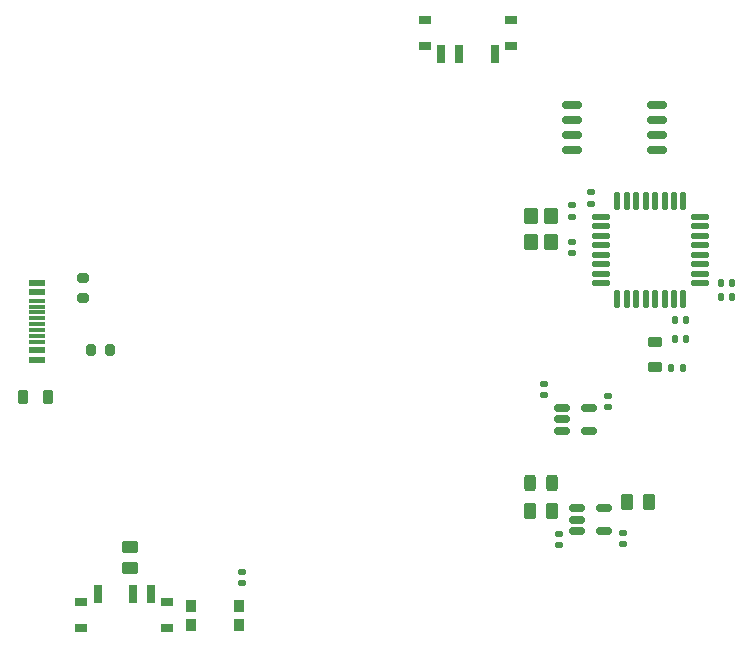
<source format=gbr>
%TF.GenerationSoftware,KiCad,Pcbnew,9.0.6*%
%TF.CreationDate,2025-12-14T01:17:05-08:00*%
%TF.ProjectId,base-station,62617365-2d73-4746-9174-696f6e2e6b69,rev?*%
%TF.SameCoordinates,Original*%
%TF.FileFunction,Paste,Top*%
%TF.FilePolarity,Positive*%
%FSLAX46Y46*%
G04 Gerber Fmt 4.6, Leading zero omitted, Abs format (unit mm)*
G04 Created by KiCad (PCBNEW 9.0.6) date 2025-12-14 01:17:05*
%MOMM*%
%LPD*%
G01*
G04 APERTURE LIST*
G04 Aperture macros list*
%AMRoundRect*
0 Rectangle with rounded corners*
0 $1 Rounding radius*
0 $2 $3 $4 $5 $6 $7 $8 $9 X,Y pos of 4 corners*
0 Add a 4 corners polygon primitive as box body*
4,1,4,$2,$3,$4,$5,$6,$7,$8,$9,$2,$3,0*
0 Add four circle primitives for the rounded corners*
1,1,$1+$1,$2,$3*
1,1,$1+$1,$4,$5*
1,1,$1+$1,$6,$7*
1,1,$1+$1,$8,$9*
0 Add four rect primitives between the rounded corners*
20,1,$1+$1,$2,$3,$4,$5,0*
20,1,$1+$1,$4,$5,$6,$7,0*
20,1,$1+$1,$6,$7,$8,$9,0*
20,1,$1+$1,$8,$9,$2,$3,0*%
G04 Aperture macros list end*
%ADD10RoundRect,0.162500X-0.650000X-0.162500X0.650000X-0.162500X0.650000X0.162500X-0.650000X0.162500X0*%
%ADD11RoundRect,0.140000X-0.140000X-0.170000X0.140000X-0.170000X0.140000X0.170000X-0.140000X0.170000X0*%
%ADD12R,1.000000X0.800000*%
%ADD13R,0.700000X1.500000*%
%ADD14RoundRect,0.140000X-0.170000X0.140000X-0.170000X-0.140000X0.170000X-0.140000X0.170000X0.140000X0*%
%ADD15RoundRect,0.250000X0.450000X-0.262500X0.450000X0.262500X-0.450000X0.262500X-0.450000X-0.262500X0*%
%ADD16RoundRect,0.150000X-0.512500X-0.150000X0.512500X-0.150000X0.512500X0.150000X-0.512500X0.150000X0*%
%ADD17RoundRect,0.140000X0.170000X-0.140000X0.170000X0.140000X-0.170000X0.140000X-0.170000X-0.140000X0*%
%ADD18RoundRect,0.250000X-0.350000X0.450000X-0.350000X-0.450000X0.350000X-0.450000X0.350000X0.450000X0*%
%ADD19RoundRect,0.200000X-0.200000X-0.275000X0.200000X-0.275000X0.200000X0.275000X-0.200000X0.275000X0*%
%ADD20R,1.450000X0.600000*%
%ADD21R,1.450000X0.300000*%
%ADD22RoundRect,0.243750X-0.243750X-0.456250X0.243750X-0.456250X0.243750X0.456250X-0.243750X0.456250X0*%
%ADD23RoundRect,0.200000X0.275000X-0.200000X0.275000X0.200000X-0.275000X0.200000X-0.275000X-0.200000X0*%
%ADD24RoundRect,0.218750X0.381250X-0.218750X0.381250X0.218750X-0.381250X0.218750X-0.381250X-0.218750X0*%
%ADD25RoundRect,0.218750X0.218750X0.381250X-0.218750X0.381250X-0.218750X-0.381250X0.218750X-0.381250X0*%
%ADD26RoundRect,0.250000X-0.262500X-0.450000X0.262500X-0.450000X0.262500X0.450000X-0.262500X0.450000X0*%
%ADD27RoundRect,0.250000X0.262500X0.450000X-0.262500X0.450000X-0.262500X-0.450000X0.262500X-0.450000X0*%
%ADD28R,0.900000X1.000000*%
%ADD29RoundRect,0.125000X-0.625000X-0.125000X0.625000X-0.125000X0.625000X0.125000X-0.625000X0.125000X0*%
%ADD30RoundRect,0.125000X-0.125000X-0.625000X0.125000X-0.625000X0.125000X0.625000X-0.125000X0.625000X0*%
G04 APERTURE END LIST*
D10*
%TO.C,U3*%
X86112500Y-58695000D03*
X86112500Y-59965000D03*
X86112500Y-61235000D03*
X86112500Y-62505000D03*
X93287500Y-62505000D03*
X93287500Y-61235000D03*
X93287500Y-59965000D03*
X93287500Y-58695000D03*
%TD*%
D11*
%TO.C,C10*%
X94820000Y-76875000D03*
X95780000Y-76875000D03*
%TD*%
D12*
%TO.C,SW3*%
X44550000Y-100745000D03*
X44550000Y-102955000D03*
X51850000Y-100745000D03*
X51850000Y-102955000D03*
D13*
X45950000Y-100095000D03*
X48950000Y-100095000D03*
X50450000Y-100095000D03*
%TD*%
D14*
%TO.C,C2*%
X85000000Y-95020000D03*
X85000000Y-95980000D03*
%TD*%
D11*
%TO.C,C7*%
X98720000Y-74975000D03*
X99680000Y-74975000D03*
%TD*%
D15*
%TO.C,R5*%
X48700000Y-97912500D03*
X48700000Y-96087500D03*
%TD*%
D16*
%TO.C,U2*%
X85262500Y-84350000D03*
X85262500Y-85300000D03*
X85262500Y-86250000D03*
X87537500Y-86250000D03*
X87537500Y-84350000D03*
%TD*%
D14*
%TO.C,C1*%
X90400000Y-94900000D03*
X90400000Y-95860000D03*
%TD*%
D17*
%TO.C,C13*%
X58180000Y-99180000D03*
X58180000Y-98220000D03*
%TD*%
D18*
%TO.C,Y1*%
X82650000Y-68075000D03*
X82650000Y-70275000D03*
X84350000Y-70275000D03*
X84350000Y-68075000D03*
%TD*%
D19*
%TO.C,R2*%
X45375000Y-79400000D03*
X47025000Y-79400000D03*
%TD*%
D20*
%TO.C,J2*%
X40800000Y-73750000D03*
X40800000Y-74550000D03*
D21*
X40800000Y-75750000D03*
X40800000Y-76750000D03*
X40800000Y-77250000D03*
X40800000Y-78250000D03*
D20*
X40800000Y-79450000D03*
X40800000Y-80250000D03*
X40800000Y-80250000D03*
X40800000Y-79450000D03*
D21*
X40800000Y-78750000D03*
X40800000Y-77750000D03*
X40800000Y-76250000D03*
X40800000Y-75250000D03*
D20*
X40800000Y-74550000D03*
X40800000Y-73750000D03*
%TD*%
D16*
%TO.C,U1*%
X86562500Y-92850000D03*
X86562500Y-93800000D03*
X86562500Y-94750000D03*
X88837500Y-94750000D03*
X88837500Y-92850000D03*
%TD*%
D22*
%TO.C,D1*%
X82562500Y-90700000D03*
X84437500Y-90700000D03*
%TD*%
D23*
%TO.C,R1*%
X44700000Y-75025000D03*
X44700000Y-73375000D03*
%TD*%
D24*
%TO.C,FB2*%
X93100000Y-80837500D03*
X93100000Y-78712500D03*
%TD*%
D17*
%TO.C,C11*%
X86100000Y-68155000D03*
X86100000Y-67195000D03*
%TD*%
D14*
%TO.C,C12*%
X86100000Y-70295000D03*
X86100000Y-71255000D03*
%TD*%
D25*
%TO.C,FB1*%
X41762500Y-83400000D03*
X39637500Y-83400000D03*
%TD*%
D11*
%TO.C,C8*%
X94520000Y-80975000D03*
X95480000Y-80975000D03*
%TD*%
D17*
%TO.C,C3*%
X83700000Y-83280000D03*
X83700000Y-82320000D03*
%TD*%
%TO.C,C4*%
X89200000Y-84280000D03*
X89200000Y-83320000D03*
%TD*%
D26*
%TO.C,R4*%
X90787500Y-92300000D03*
X92612500Y-92300000D03*
%TD*%
D12*
%TO.C,SW2*%
X80950000Y-53680000D03*
X80950000Y-51470000D03*
X73650000Y-53680000D03*
X73650000Y-51470000D03*
D13*
X79550000Y-54330000D03*
X76550000Y-54330000D03*
X75050000Y-54330000D03*
%TD*%
D11*
%TO.C,C9*%
X94820000Y-78475000D03*
X95780000Y-78475000D03*
%TD*%
D27*
%TO.C,R3*%
X84412500Y-93100000D03*
X82587500Y-93100000D03*
%TD*%
D17*
%TO.C,C6*%
X87700000Y-67055000D03*
X87700000Y-66095000D03*
%TD*%
D28*
%TO.C,SW1*%
X53850000Y-101100000D03*
X57950000Y-101100000D03*
X53850000Y-102700000D03*
X57950000Y-102700000D03*
%TD*%
D29*
%TO.C,U4*%
X88575000Y-68175000D03*
X88575000Y-68975000D03*
X88575000Y-69775000D03*
X88575000Y-70575000D03*
X88575000Y-71375000D03*
X88575000Y-72175000D03*
X88575000Y-72975000D03*
X88575000Y-73775000D03*
D30*
X89950000Y-75150000D03*
X90750000Y-75150000D03*
X91550000Y-75150000D03*
X92350000Y-75150000D03*
X93150000Y-75150000D03*
X93950000Y-75150000D03*
X94750000Y-75150000D03*
X95550000Y-75150000D03*
D29*
X96925000Y-73775000D03*
X96925000Y-72975000D03*
X96925000Y-72175000D03*
X96925000Y-71375000D03*
X96925000Y-70575000D03*
X96925000Y-69775000D03*
X96925000Y-68975000D03*
X96925000Y-68175000D03*
D30*
X95550000Y-66800000D03*
X94750000Y-66800000D03*
X93950000Y-66800000D03*
X93150000Y-66800000D03*
X92350000Y-66800000D03*
X91550000Y-66800000D03*
X90750000Y-66800000D03*
X89950000Y-66800000D03*
%TD*%
D11*
%TO.C,C5*%
X98720000Y-73775000D03*
X99680000Y-73775000D03*
%TD*%
M02*

</source>
